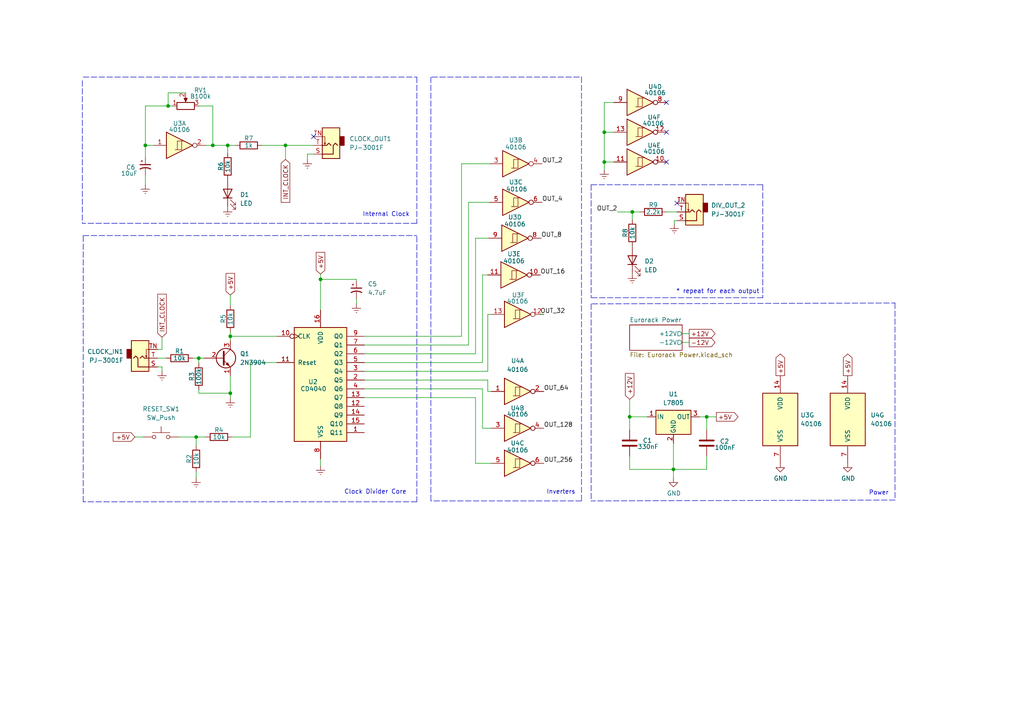
<source format=kicad_sch>
(kicad_sch (version 20211123) (generator eeschema)
  (paper "A4")
  (title_block (title "MiniDiv") (rev "v0.1") (company "benjiaomodular"))
  (lib_symbols
    (symbol "4xxx:40106" (pin_names (offset 1.016))
      (property "Reference" "U" (at 0 1.27 0))
      (property "Value" "40106" (at 0 -1.27 0))
      (symbol "40106_1_0"
        (polyline (pts (xy -0.635 -1.27) (xy -0.635 1.27) (xy 0.635 1.27)))
        (polyline (pts (xy -3.81 3.81) (xy -3.81 -3.81) (xy 3.81 0) (xy -3.81 3.81)) (stroke (width 0.254)) (fill (type background)))
        (polyline (pts (xy -1.27 -1.27) (xy 0.635 -1.27) (xy 0.635 1.27) (xy 1.27 1.27)))
        (pin input line (at -7.62 0 0) (length 3.81) (name "~") (number "1"))
        (pin output inverted (at 7.62 0 180) (length 3.81) (name "~") (number "2"))
      )
      (symbol "40106_2_0"
        (polyline (pts (xy -0.635 -1.27) (xy -0.635 1.27) (xy 0.635 1.27)))
        (polyline (pts (xy -3.81 3.81) (xy -3.81 -3.81) (xy 3.81 0) (xy -3.81 3.81)) (stroke (width 0.254)) (fill (type background)))
        (polyline (pts (xy -1.27 -1.27) (xy 0.635 -1.27) (xy 0.635 1.27) (xy 1.27 1.27)))
        (pin input line (at -7.62 0 0) (length 3.81) (name "~") (number "3"))
        (pin output inverted (at 7.62 0 180) (length 3.81) (name "~") (number "4"))
      )
      (symbol "40106_3_0"
        (polyline (pts (xy -0.635 -1.27) (xy -0.635 1.27) (xy 0.635 1.27)))
        (polyline (pts (xy -3.81 3.81) (xy -3.81 -3.81) (xy 3.81 0) (xy -3.81 3.81)) (stroke (width 0.254)) (fill (type background)))
        (polyline (pts (xy -1.27 -1.27) (xy 0.635 -1.27) (xy 0.635 1.27) (xy 1.27 1.27)))
        (pin input line (at -7.62 0 0) (length 3.81) (name "~") (number "5"))
        (pin output inverted (at 7.62 0 180) (length 3.81) (name "~") (number "6"))
      )
      (symbol "40106_4_0"
        (polyline (pts (xy -0.635 -1.27) (xy -0.635 1.27) (xy 0.635 1.27)))
        (polyline (pts (xy -3.81 3.81) (xy -3.81 -3.81) (xy 3.81 0) (xy -3.81 3.81)) (stroke (width 0.254)) (fill (type background)))
        (polyline (pts (xy -1.27 -1.27) (xy 0.635 -1.27) (xy 0.635 1.27) (xy 1.27 1.27)))
        (pin output inverted (at 7.62 0 180) (length 3.81) (name "~") (number "8"))
        (pin input line (at -7.62 0 0) (length 3.81) (name "~") (number "9"))
      )
      (symbol "40106_5_0"
        (polyline (pts (xy -0.635 -1.27) (xy -0.635 1.27) (xy 0.635 1.27)))
        (polyline (pts (xy -3.81 3.81) (xy -3.81 -3.81) (xy 3.81 0) (xy -3.81 3.81)) (stroke (width 0.254)) (fill (type background)))
        (polyline (pts (xy -1.27 -1.27) (xy 0.635 -1.27) (xy 0.635 1.27) (xy 1.27 1.27)))
        (pin output inverted (at 7.62 0 180) (length 3.81) (name "~") (number "10"))
        (pin input line (at -7.62 0 0) (length 3.81) (name "~") (number "11"))
      )
      (symbol "40106_6_0"
        (polyline (pts (xy -0.635 -1.27) (xy -0.635 1.27) (xy 0.635 1.27)))
        (polyline (pts (xy -3.81 3.81) (xy -3.81 -3.81) (xy 3.81 0) (xy -3.81 3.81)) (stroke (width 0.254)) (fill (type background)))
        (polyline (pts (xy -1.27 -1.27) (xy 0.635 -1.27) (xy 0.635 1.27) (xy 1.27 1.27)))
        (pin output inverted (at 7.62 0 180) (length 3.81) (name "~") (number "12"))
        (pin input line (at -7.62 0 0) (length 3.81) (name "~") (number "13"))
      )
      (symbol "40106_7_0"
        (pin power_in line (at 0 12.7 270) (length 5.08) (name "VDD") (number "14"))
        (pin power_in line (at 0 -12.7 90) (length 5.08) (name "VSS") (number "7"))
      )
      (symbol "40106_7_1"
        (rectangle (start -5.08 7.62) (end 5.08 -7.62) (stroke (width 0.254)) (fill (type background)))
      )
    )
    (symbol "4xxx:4040" (pin_names (offset 1.016))
      (property "Reference" "U" (at -7.62 16.51 0))
      (property "Value" "4040" (at -7.62 -19.05 0))
      (symbol "4040_1_0"
        (pin output line (at 12.7 -15.24 180) (length 5.08) (name "Q11") (number "1"))
        (pin input inverted_clock (at -12.7 12.7 0) (length 5.08) (name "CLK") (number "10"))
        (pin input line (at -12.7 5.08 0) (length 5.08) (name "Reset") (number "11"))
        (pin output line (at 12.7 -7.62 180) (length 5.08) (name "Q8") (number "12"))
        (pin output line (at 12.7 -5.08 180) (length 5.08) (name "Q7") (number "13"))
        (pin output line (at 12.7 -10.16 180) (length 5.08) (name "Q9") (number "14"))
        (pin output line (at 12.7 -12.7 180) (length 5.08) (name "Q10") (number "15"))
        (pin power_in line (at 0 20.32 270) (length 5.08) (name "VDD") (number "16"))
        (pin output line (at 12.7 0 180) (length 5.08) (name "Q5") (number "2"))
        (pin output line (at 12.7 2.54 180) (length 5.08) (name "Q4") (number "3"))
        (pin output line (at 12.7 -2.54 180) (length 5.08) (name "Q6") (number "4"))
        (pin output line (at 12.7 5.08 180) (length 5.08) (name "Q3") (number "5"))
        (pin output line (at 12.7 7.62 180) (length 5.08) (name "Q2") (number "6"))
        (pin output line (at 12.7 10.16 180) (length 5.08) (name "Q1") (number "7"))
        (pin power_in line (at 0 -22.86 90) (length 5.08) (name "VSS") (number "8"))
        (pin output line (at 12.7 12.7 180) (length 5.08) (name "Q0") (number "9"))
      )
      (symbol "4040_1_1"
        (rectangle (start -7.62 15.24) (end 7.62 -17.78) (stroke (width 0.254)) (fill (type background)))
      )
    )
    (symbol "Connector:AudioJack2_SwitchT"
      (property "Reference" "J" (at 0 8.89 0))
      (property "Value" "AudioJack2_SwitchT" (at 0 6.35 0))
      (symbol "AudioJack2_SwitchT_0_1"
        (rectangle (start -2.54 0) (end -3.81 -2.54) (stroke (width 0.254)) (fill (type outline)))
        (polyline (pts (xy 1.778 -0.254) (xy 2.032 -0.762)))
        (polyline (pts (xy 0 0) (xy 0.635 -0.635) (xy 1.27 0) (xy 2.54 0)) (stroke (width 0.254)))
        (polyline (pts (xy 2.54 -2.54) (xy 1.778 -2.54) (xy 1.778 -0.254) (xy 1.524 -0.762)))
        (polyline (pts (xy 2.54 2.54) (xy -0.635 2.54) (xy -0.635 0) (xy -1.27 -0.635) (xy -1.905 0)) (stroke (width 0.254)))
        (rectangle (start 2.54 3.81) (end -2.54 -5.08) (stroke (width 0.254)) (fill (type background)))
      )
      (symbol "AudioJack2_SwitchT_1_1"
        (pin passive line (at 5.08 2.54 180) (length 2.54) (name "~") (number "S"))
        (pin passive line (at 5.08 0 180) (length 2.54) (name "~") (number "T"))
        (pin passive line (at 5.08 -2.54 180) (length 2.54) (name "~") (number "TN"))
      )
    )
    (symbol "Device:C" (pin_numbers hide) (pin_names (offset 0.254))
      (property "Reference" "C" (at 0.635 2.54 0))
      (property "Value" "C" (at 0.635 -2.54 0))
      (symbol "C_0_1"
        (polyline (pts (xy -2.032 -0.762) (xy 2.032 -0.762)) (stroke (width 0.508)))
        (polyline (pts (xy -2.032 0.762) (xy 2.032 0.762)) (stroke (width 0.508)))
      )
      (symbol "C_1_1"
        (pin passive line (at 0 3.81 270) (length 2.794) (name "~") (number "1"))
        (pin passive line (at 0 -3.81 90) (length 2.794) (name "~") (number "2"))
      )
    )
    (symbol "Device:C_Polarized_Small_US" (pin_numbers hide) (pin_names (offset 0.254) hide)
      (property "Reference" "C" (at 0.254 1.778 0))
      (property "Value" "C_Polarized_Small_US" (at 0.254 -2.032 0))
      (symbol "C_Polarized_Small_US_0_1"
        (polyline (pts (xy -1.524 0.508) (xy 1.524 0.508)) (stroke (width 0.3048)))
        (polyline (pts (xy -1.27 1.524) (xy -0.762 1.524)))
        (polyline (pts (xy -1.016 1.27) (xy -1.016 1.778)))
        (arc (start 1.524 -0.762) (mid 0 -0.3734) (end -1.524 -0.762) (stroke (width 0.3048)))
      )
      (symbol "C_Polarized_Small_US_1_1"
        (pin passive line (at 0 2.54 270) (length 2.032) (name "~") (number "1"))
        (pin passive line (at 0 -2.54 90) (length 2.032) (name "~") (number "2"))
      )
    )
    (symbol "Device:LED" (pin_numbers hide) (pin_names (offset 1.016) hide)
      (property "Reference" "D" (at 0 2.54 0))
      (property "Value" "LED" (at 0 -2.54 0))
      (symbol "LED_0_1"
        (polyline (pts (xy -1.27 -1.27) (xy -1.27 1.27)) (stroke (width 0.254)))
        (polyline (pts (xy -1.27 0) (xy 1.27 0)))
        (polyline (pts (xy 1.27 -1.27) (xy 1.27 1.27) (xy -1.27 0) (xy 1.27 -1.27)) (stroke (width 0.254)))
        (polyline (pts (xy -3.048 -0.762) (xy -4.572 -2.286) (xy -3.81 -2.286) (xy -4.572 -2.286) (xy -4.572 -1.524)))
        (polyline (pts (xy -1.778 -0.762) (xy -3.302 -2.286) (xy -2.54 -2.286) (xy -3.302 -2.286) (xy -3.302 -1.524)))
      )
      (symbol "LED_1_1"
        (pin passive line (at -3.81 0 0) (length 2.54) (name "K") (number "1"))
        (pin passive line (at 3.81 0 180) (length 2.54) (name "A") (number "2"))
      )
    )
    (symbol "Device:R" (pin_numbers hide) (pin_names (offset 0))
      (property "Reference" "R" (at 2.032 0 90))
      (property "Value" "R" (at 0 0 90))
      (symbol "R_0_1"
        (rectangle (start -1.016 -2.54) (end 1.016 2.54) (stroke (width 0.254)))
      )
      (symbol "R_1_1"
        (pin passive line (at 0 3.81 270) (length 1.27) (name "~") (number "1"))
        (pin passive line (at 0 -3.81 90) (length 1.27) (name "~") (number "2"))
      )
    )
    (symbol "Device:R_Potentiometer" (pin_names (offset 1.016) hide)
      (property "Reference" "RV" (at -4.445 0 90))
      (property "Value" "R_Potentiometer" (at -2.54 0 90))
      (symbol "R_Potentiometer_0_1"
        (polyline (pts (xy 2.54 0) (xy 1.524 0)))
        (polyline (pts (xy 1.143 0) (xy 2.286 0.508) (xy 2.286 -0.508) (xy 1.143 0)) (fill (type outline)))
        (rectangle (start 1.016 2.54) (end -1.016 -2.54) (stroke (width 0.254)))
      )
      (symbol "R_Potentiometer_1_1"
        (pin passive line (at 0 3.81 270) (length 1.27) (name "1") (number "1"))
        (pin passive line (at 3.81 0 180) (length 1.27) (name "2") (number "2"))
        (pin passive line (at 0 -3.81 90) (length 1.27) (name "3") (number "3"))
      )
    )
    (symbol "Regulator_Linear:L7805" (pin_names (offset 0.254))
      (property "Reference" "U" (at -3.81 3.175 0))
      (property "Value" "L7805" (at 0 3.175 0))
      (symbol "L7805_0_1"
        (rectangle (start -5.08 1.905) (end 5.08 -5.08) (stroke (width 0.254)) (fill (type background)))
      )
      (symbol "L7805_1_1"
        (pin power_in line (at -7.62 0 0) (length 2.54) (name "IN") (number "1"))
        (pin power_in line (at 0 -7.62 90) (length 2.54) (name "GND") (number "2"))
        (pin power_out line (at 7.62 0 180) (length 2.54) (name "OUT") (number "3"))
      )
    )
    (symbol "Switch:SW_Push" (pin_numbers hide) (pin_names (offset 1.016) hide)
      (property "Reference" "SW" (at 1.27 2.54 0))
      (property "Value" "SW_Push" (at 0 -1.524 0))
      (symbol "SW_Push_0_1"
        (circle (center -2.032 0) (radius 0.508))
        (polyline (pts (xy 0 1.27) (xy 0 3.048)))
        (polyline (pts (xy 2.54 1.27) (xy -2.54 1.27)))
        (circle (center 2.032 0) (radius 0.508))
        (pin passive line (at -5.08 0 0) (length 2.54) (name "1") (number "1"))
        (pin passive line (at 5.08 0 180) (length 2.54) (name "2") (number "2"))
      )
    )
    (symbol "Transistor_BJT:2N3904" (pin_names (offset 0) hide)
      (property "Reference" "Q" (at 5.08 1.905 0))
      (property "Value" "2N3904" (at 5.08 0 0))
      (symbol "2N3904_0_1"
        (polyline (pts (xy 0.635 0.635) (xy 2.54 2.54)))
        (polyline (pts (xy 0.635 -0.635) (xy 2.54 -2.54) (xy 2.54 -2.54)))
        (polyline (pts (xy 0.635 1.905) (xy 0.635 -1.905) (xy 0.635 -1.905)) (stroke (width 0.508)))
        (polyline (pts (xy 1.27 -1.778) (xy 1.778 -1.27) (xy 2.286 -2.286) (xy 1.27 -1.778) (xy 1.27 -1.778)) (fill (type outline)))
        (circle (center 1.27 0) (radius 2.8194) (stroke (width 0.254)))
      )
      (symbol "2N3904_1_1"
        (pin passive line (at 2.54 -5.08 90) (length 2.54) (name "E") (number "1"))
        (pin passive line (at -5.08 0 0) (length 5.715) (name "B") (number "2"))
        (pin passive line (at 2.54 5.08 270) (length 2.54) (name "C") (number "3"))
      )
    )
    (symbol "power:Earth" (power) (pin_names (offset 0))
      (symbol "Earth_0_1"
        (polyline (pts (xy -0.635 -1.905) (xy 0.635 -1.905)))
        (polyline (pts (xy -0.127 -2.54) (xy 0.127 -2.54)))
        (polyline (pts (xy 0 -1.27) (xy 0 0)))
        (polyline (pts (xy 1.27 -1.27) (xy -1.27 -1.27)))
      )
      (symbol "Earth_1_1"
        (pin power_in line (at 0 0 270) (length 0) hide (name "Earth") (number "1"))
      )
    )
    (symbol "power:GND" (power) (pin_names (offset 0))
      (property "Value" "GND" (at 0 -3.81 0))
      (symbol "GND_0_1"
        (polyline (pts (xy 0 0) (xy 0 -1.27) (xy 1.27 -1.27) (xy 0 -2.54) (xy -1.27 -1.27) (xy 0 -1.27)))
      )
      (symbol "GND_1_1"
        (pin power_in line (at 0 0 270) (length 0) hide (name "GND") (number "1"))
      )
    )
  )
  (junction (at 61.722 42.164))
  (junction (at 183.388 61.468))
  (junction (at 182.626 120.904))
  (junction (at 82.804 42.164))
  (junction (at 66.04 42.164))
  (junction (at 92.964 81.026))
  (junction (at 204.978 120.904))
  (junction (at 66.802 114.046))
  (junction (at 66.802 97.536))
  (junction (at 195.326 136.144))
  (junction (at 175.26 38.354))
  (junction (at 48.768 30.734))
  (junction (at 57.658 103.886))
  (junction (at 42.164 42.164))
  (junction (at 56.896 126.746))
  (junction (at 175.26 46.99))
  (no_connect (at 193.294 46.99))
  (no_connect (at 90.932 39.624))
  (no_connect (at 193.294 38.354))
  (no_connect (at 196.342 58.928))
  (no_connect (at 193.294 29.718))
  (wire (pts (xy 141.478 91.186) (xy 141.478 107.696)))
  (wire (pts (xy 183.388 61.468) (xy 183.388 63.754)))
  (wire (pts (xy 48.768 26.924) (xy 48.768 30.734)))
  (wire (pts (xy 141.478 79.756) (xy 139.954 79.756)))
  (wire (pts (xy 141.478 107.696) (xy 105.664 107.696)))
  (wire (pts (xy 137.922 134.366) (xy 142.494 134.366)))
  (wire (pts (xy 157.734 91.186) (xy 156.718 91.186)))
  (wire (pts (xy 55.88 103.886) (xy 57.658 103.886)))
  (polyline (pts (xy 120.904 68.58) (xy 120.904 145.542)))
  (wire (pts (xy 133.858 47.498) (xy 141.986 47.498)))
  (wire (pts (xy 90.932 44.704) (xy 89.154 44.704)))
  (polyline (pts (xy 171.45 88.138) (xy 171.45 145.288)))
  (polyline (pts (xy 259.588 87.884) (xy 259.588 145.034)))
  (wire (pts (xy 142.494 91.186) (xy 141.478 91.186)))
  (polyline (pts (xy 221.234 53.594) (xy 221.234 86.36)))
  (wire (pts (xy 175.26 46.99) (xy 175.26 38.354)))
  (wire (pts (xy 105.664 110.236) (xy 141.478 110.236)))
  (wire (pts (xy 75.946 42.164) (xy 82.804 42.164)))
  (wire (pts (xy 53.848 26.924) (xy 48.768 26.924)))
  (wire (pts (xy 82.804 42.164) (xy 90.932 42.164)))
  (wire (pts (xy 57.658 113.03) (xy 57.658 114.046)))
  (polyline (pts (xy 259.588 145.034) (xy 171.45 145.288)))
  (wire (pts (xy 175.26 46.99) (xy 175.26 49.276)))
  (wire (pts (xy 51.816 126.746) (xy 56.896 126.746)))
  (wire (pts (xy 105.664 102.616) (xy 137.922 102.616)))
  (wire (pts (xy 39.116 126.746) (xy 41.656 126.746)))
  (polyline (pts (xy 171.704 88.138) (xy 259.588 87.884)))
  (polyline (pts (xy 120.904 64.77) (xy 23.876 64.77)))
  (wire (pts (xy 179.07 61.468) (xy 183.388 61.468)))
  (polyline (pts (xy 171.45 53.594) (xy 221.234 53.594)))
  (wire (pts (xy 56.896 126.746) (xy 56.896 129.286)))
  (polyline (pts (xy 23.876 23.368) (xy 23.876 64.77)))
  (wire (pts (xy 195.326 136.144) (xy 204.978 136.144)))
  (wire (pts (xy 183.388 61.468) (xy 185.674 61.468)))
  (polyline (pts (xy 221.234 86.36) (xy 171.45 86.36)))
  (wire (pts (xy 45.72 106.426) (xy 46.99 106.426)))
  (wire (pts (xy 139.954 105.156) (xy 105.664 105.156)))
  (wire (pts (xy 137.922 115.316) (xy 137.922 134.366)))
  (wire (pts (xy 178.054 46.99) (xy 175.26 46.99)))
  (wire (pts (xy 66.802 108.966) (xy 66.802 114.046)))
  (wire (pts (xy 103.378 81.026) (xy 92.964 81.026)))
  (wire (pts (xy 204.978 136.144) (xy 204.978 132.334)))
  (polyline (pts (xy 168.656 22.352) (xy 168.656 145.288)))
  (wire (pts (xy 61.722 30.734) (xy 61.722 42.164)))
  (wire (pts (xy 57.658 103.886) (xy 57.658 105.41)))
  (wire (pts (xy 133.858 47.498) (xy 133.858 97.536)))
  (wire (pts (xy 183.388 71.374) (xy 183.388 71.628)))
  (wire (pts (xy 182.626 120.904) (xy 182.626 124.714)))
  (wire (pts (xy 42.164 30.734) (xy 42.164 42.164)))
  (wire (pts (xy 175.26 38.354) (xy 178.054 38.354)))
  (wire (pts (xy 195.326 136.144) (xy 195.326 138.684)))
  (wire (pts (xy 139.954 112.776) (xy 139.954 124.206)))
  (wire (pts (xy 44.45 42.164) (xy 42.164 42.164)))
  (wire (pts (xy 139.954 79.756) (xy 139.954 105.156)))
  (wire (pts (xy 46.99 106.426) (xy 46.99 107.696)))
  (wire (pts (xy 42.164 42.164) (xy 42.164 45.72)))
  (wire (pts (xy 197.866 99.314) (xy 199.898 99.314)))
  (wire (pts (xy 204.978 120.904) (xy 204.978 124.714)))
  (wire (pts (xy 182.626 132.334) (xy 182.626 136.144)))
  (wire (pts (xy 80.264 97.536) (xy 66.802 97.536)))
  (wire (pts (xy 56.896 136.906) (xy 56.896 138.684)))
  (polyline (pts (xy 24.13 145.542) (xy 24.13 68.326)))
  (wire (pts (xy 72.644 126.746) (xy 67.31 126.746)))
  (wire (pts (xy 182.626 120.904) (xy 187.706 120.904)))
  (polyline (pts (xy 24.13 22.352) (xy 120.904 22.352)))
  (wire (pts (xy 66.04 52.07) (xy 66.04 52.324)))
  (wire (pts (xy 141.732 69.088) (xy 137.922 69.088)))
  (wire (pts (xy 57.658 30.734) (xy 61.722 30.734)))
  (wire (pts (xy 92.964 79.502) (xy 92.964 81.026)))
  (wire (pts (xy 182.626 115.824) (xy 182.626 120.904)))
  (wire (pts (xy 92.964 81.026) (xy 92.964 89.916)))
  (wire (pts (xy 56.896 126.746) (xy 59.69 126.746)))
  (polyline (pts (xy 125.222 22.352) (xy 168.656 22.352)))
  (wire (pts (xy 66.802 96.266) (xy 66.802 97.536)))
  (wire (pts (xy 202.946 120.904) (xy 204.978 120.904)))
  (wire (pts (xy 105.664 115.316) (xy 137.922 115.316)))
  (wire (pts (xy 61.722 42.164) (xy 59.69 42.164)))
  (wire (pts (xy 195.58 64.008) (xy 195.58 65.024)))
  (wire (pts (xy 141.478 113.538) (xy 142.494 113.538)))
  (wire (pts (xy 72.644 105.156) (xy 72.644 126.746)))
  (wire (pts (xy 141.478 110.236) (xy 141.478 113.538)))
  (wire (pts (xy 48.768 30.734) (xy 42.164 30.734)))
  (wire (pts (xy 183.388 79.248) (xy 183.388 79.502)))
  (wire (pts (xy 175.26 29.718) (xy 175.26 38.354)))
  (wire (pts (xy 57.658 103.886) (xy 59.182 103.886)))
  (wire (pts (xy 193.294 61.468) (xy 196.342 61.468)))
  (wire (pts (xy 103.378 81.534) (xy 103.378 81.026)))
  (wire (pts (xy 105.664 97.536) (xy 133.858 97.536)))
  (wire (pts (xy 182.626 136.144) (xy 195.326 136.144)))
  (wire (pts (xy 50.038 30.734) (xy 48.768 30.734)))
  (wire (pts (xy 137.922 69.088) (xy 137.922 102.616)))
  (wire (pts (xy 105.664 112.776) (xy 139.954 112.776)))
  (wire (pts (xy 80.264 105.156) (xy 72.644 105.156)))
  (wire (pts (xy 175.26 29.718) (xy 178.054 29.718)))
  (wire (pts (xy 46.99 97.79) (xy 46.99 101.346)))
  (polyline (pts (xy 171.45 53.594) (xy 171.45 86.36)))
  (wire (pts (xy 45.72 103.886) (xy 48.26 103.886)))
  (wire (pts (xy 42.164 50.8) (xy 42.164 53.594)))
  (wire (pts (xy 66.802 97.536) (xy 66.802 98.806)))
  (wire (pts (xy 57.658 114.046) (xy 66.802 114.046)))
  (wire (pts (xy 204.978 120.904) (xy 207.772 120.904)))
  (wire (pts (xy 66.04 42.164) (xy 66.04 44.45)))
  (wire (pts (xy 103.378 86.614) (xy 103.378 88.138)))
  (wire (pts (xy 105.664 100.076) (xy 135.89 100.076)))
  (wire (pts (xy 196.342 64.008) (xy 195.58 64.008)))
  (wire (pts (xy 135.89 58.674) (xy 141.986 58.674)))
  (polyline (pts (xy 24.13 68.326) (xy 120.904 68.326)))
  (polyline (pts (xy 120.904 145.542) (xy 24.13 145.542)))
  (wire (pts (xy 46.99 101.346) (xy 45.72 101.346)))
  (polyline (pts (xy 120.904 22.352) (xy 120.904 64.77)))
  (wire (pts (xy 92.964 133.096) (xy 92.964 135.128)))
  (wire (pts (xy 135.89 100.076) (xy 135.89 58.674)))
  (wire (pts (xy 66.04 59.944) (xy 66.04 60.198)))
  (wire (pts (xy 61.722 42.164) (xy 66.04 42.164)))
  (polyline (pts (xy 168.656 145.288) (xy 124.968 145.288)))
  (wire (pts (xy 66.802 114.046) (xy 66.802 115.57)))
  (polyline (pts (xy 124.968 22.352) (xy 124.968 145.288)))
  (wire (pts (xy 82.804 42.164) (xy 82.804 46.228)))
  (wire (pts (xy 66.802 85.598) (xy 66.802 88.646)))
  (wire (pts (xy 89.154 44.704) (xy 89.154 46.228)))
  (wire (pts (xy 197.866 96.774) (xy 199.898 96.774)))
  (wire (pts (xy 139.954 124.206) (xy 142.494 124.206)))
  (wire (pts (xy 66.04 42.164) (xy 68.326 42.164)))
  (wire (pts (xy 195.326 128.524) (xy 195.326 136.144)))
  (text "Internal Clock" (at 105.156 62.992 0) (effects (font (size 1.27 1.27)) (justify left bottom)))
  (text "* repeat for each output" (at 196.088 85.344 0) (effects (font (size 1.27 1.27)) (justify left bottom)))
  (text "Clock Divider Core" (at 99.822 143.51 0) (effects (font (size 1.27 1.27)) (justify left bottom)))
  (text "Power" (at 251.968 143.764 0) (effects (font (size 1.27 1.27)) (justify left bottom)))
  (text "Inverters" (at 158.496 143.51 0) (effects (font (size 1.27 1.27)) (justify left bottom)))
  (label "OUT_256" (at 157.734 134.366 0))
  (label "OUT_32" (at 156.718 91.186 0))
  (label "OUT_2" (at 157.226 47.498 0))
  (label "OUT_16" (at 156.718 79.756 0))
  (label "OUT_8" (at 156.972 69.088 0))
  (label "OUT_128" (at 157.734 124.206 0))
  (label "OUT_2" (at 179.07 61.468 180))
  (label "OUT_64" (at 157.734 113.538 0))
  (label "OUT_4" (at 157.226 58.674 0))
  (global_label "INT_CLOCK" (shape input) (at 46.99 97.79 90) (property "Intersheet References" "${INTERSHEET_REFS}" (effects hide)))
  (global_label "+5V" (shape output) (at 207.772 120.904 0) (property "Intersheet References" "${INTERSHEET_REFS}" (effects hide)))
  (global_label "+5V" (shape input) (at 39.116 126.746 180) (property "Intersheet References" "${INTERSHEET_REFS}" (effects hide)))
  (global_label "+12V" (shape input) (at 182.626 115.824 90) (property "Intersheet References" "${INTERSHEET_REFS}" (effects hide)))
  (global_label "-12V" (shape output) (at 199.898 99.314 0) (property "Intersheet References" "${INTERSHEET_REFS}" (effects hide)))
  (global_label "+5V" (shape input) (at 66.802 85.598 90) (property "Intersheet References" "${INTERSHEET_REFS}" (effects hide)))
  (global_label "INT_CLOCK" (shape input) (at 82.804 46.228 270) (property "Intersheet References" "${INTERSHEET_REFS}" (effects hide)))
  (global_label "+5V" (shape output) (at 226.314 108.966 90) (property "Intersheet References" "${INTERSHEET_REFS}" (effects hide)))
  (global_label "+5V" (shape input) (at 92.964 79.502 90) (property "Intersheet References" "${INTERSHEET_REFS}" (effects hide)))
  (global_label "+12V" (shape output) (at 199.898 96.774 0) (property "Intersheet References" "${INTERSHEET_REFS}" (effects hide)))
  (global_label "+5V" (shape output) (at 245.872 108.966 90) (property "Intersheet References" "${INTERSHEET_REFS}" (effects hide)))
  (symbol (lib_id "power:Earth") (at 46.99 107.696 0) (unit 1)
    (property "Reference" "#PWR05" (effects hide))
    (property "Value" "Earth" (effects hide))
  )
  (symbol (lib_id "Device:R") (at 66.04 48.26 0) (unit 1)
    (property "Reference" "R6" (at 64.008 48.26 90))
    (property "Value" "10k" (at 66.04 48.26 90))
  )
  (symbol (lib_id "power:Earth") (at 56.896 138.684 0) (unit 1)
    (property "Reference" "#PWR07" (effects hide))
    (property "Value" "Earth" (effects hide))
  )
  (symbol (lib_id "Device:C") (at 204.978 128.524 0) (unit 1)
    (property "Reference" "C2" (at 208.788 128.016 0) (effects (justify left)))
    (property "Value" "100nF" (at 207.264 129.794 0) (effects (justify left)))
    (property "Footprint" "Capacitor_SMD:C_0603_1608Metric_Pad1.08x0.95mm_HandSolder" (effects hide))
    (property "Mfg #" "CC0603JRX7R9BB104" (effects hide))
    (property "LCSC Part #" "C91183" (effects hide))
    (property "Manufacturers Part Number" "CC0603JRX7R9BB104" (effects hide))
    (property "Manufacturers Name" "YAGEO" (effects hide))
    (property "Type" "Surface mount" (effects hide))
    (property "Package" "0603" (effects hide))
    (property "Part Description" "Multilayer Ceramic Capacitors MLCC - SMD/SMT 50 V 0.1uF X7R 0603 5% " (effects hide))
  )
  (symbol (lib_id "Connector:AudioJack2_SwitchT") (at 201.422 61.468 180) (unit 1)
    (property "Reference" "DIV_OUT_2" (at 206.248 59.5629 0) (effects (justify right)))
    (property "Value" "PJ-3001F" (at 206.248 62.1029 0) (effects (justify right)))
  )
  (symbol (lib_id "power:GND") (at 226.314 134.366 0) (unit 1)
    (property "Reference" "#PWR06" (effects hide))
    (property "Value" "GND" (at 226.441 138.7602 0))
  )
  (symbol (lib_id "4xxx:40106") (at 149.098 79.756 0) (unit 5)
    (property "Reference" "U3" (at 149.098 73.66 0))
    (property "Value" "40106" (at 149.098 75.692 0))
    (property "Datasheet" "https://assets.nexperia.com/documents/data-sheet/HEF40106B.pdf" (effects hide))
  )
  (symbol (lib_id "Device:C") (at 182.626 128.524 0) (unit 1)
    (property "Reference" "C1" (at 186.436 127.762 0) (effects (justify left)))
    (property "Value" "330nF" (at 184.912 129.54 0) (effects (justify left)))
    (property "Footprint" "Capacitor_SMD:C_0603_1608Metric_Pad1.08x0.95mm_HandSolder" (effects hide))
    (property "Mfg #" "CC0603KRX7R8BB334" (effects hide))
    (property "LCSC Part #" "C107070" (effects hide))
    (property "Manufacturers Part Number" "CC0603KRX7R8BB334" (effects hide))
    (property "Manufacturers Name" "YAGEO" (effects hide))
    (property "Type" "Surface mount" (effects hide))
    (property "Package" "0603" (effects hide))
    (property "Part Description" "Multilayer Ceramic Capacitors MLCC - SMD/SMT 25V 0.33uF X7R 0603 10% " (effects hide))
  )
  (symbol (lib_id "4xxx:40106") (at 149.606 58.674 0) (unit 3)
    (property "Reference" "U3" (at 149.606 52.832 0))
    (property "Value" "40106" (at 149.86 54.864 0))
    (property "Datasheet" "https://assets.nexperia.com/documents/data-sheet/HEF40106B.pdf" (effects hide))
  )
  (symbol (lib_id "power:Earth") (at 103.378 88.138 0) (unit 1)
    (property "Reference" "#PWR010" (effects hide))
    (property "Value" "Earth" (effects hide))
  )
  (symbol (lib_id "power:GND") (at 195.326 138.684 0) (unit 1)
    (property "Reference" "#PWR01" (effects hide))
    (property "Value" "GND" (at 195.453 143.0782 0))
  )
  (symbol (lib_id "4xxx:40106") (at 149.606 47.498 0) (unit 2)
    (property "Reference" "U3" (at 149.606 40.64 0))
    (property "Value" "40106" (at 149.606 42.672 0))
    (property "Datasheet" "https://assets.nexperia.com/documents/data-sheet/HEF40106B.pdf" (effects hide))
  )
  (symbol (lib_id "Regulator_Linear:L7805") (at 195.326 120.904 0) (unit 1)
    (property "Reference" "U1" (at 195.326 114.3 0))
    (property "Value" "L7805" (at 195.326 116.84 0))
    (property "Footprint" "Package_TO_SOT_SMD:TO-252-2" (effects hide))
    (property "Datasheet" "http://www.st.com/content/ccc/resource/technical/document/datasheet/41/4f/b3/b0/12/d4/47/88/CD00000444.pdf/files/CD00000444.pdf/jcr:content/translations/en.CD00000444.pdf" (effects hide))
    (property "LCSC Part #" "C310413" (effects hide))
    (property "Manufacturers Name" "STMicroelectronics" (effects hide))
    (property "Mfg #" "L7805CDT-TR " (effects hide))
    (property "Manufacturers Part Number" "L7805CDT-TR " (effects hide))
    (property "Package" "TO-252-3" (effects hide))
    (property "Type" "Surface mount" (effects hide))
    (property "Part Description" "62dB@(120Hz) 1.5A 2V@(1A) Fixed 5V~5V Positive 1 35V TO-252-3 Linear Voltage Regulators (LDO) ROHS" (effects hide))
  )
  (symbol (lib_id "4xxx:40106") (at 185.674 38.354 0) (unit 6)
    (property "Reference" "U4" (at 189.738 34.036 0))
    (property "Value" "40106" (at 189.484 35.814 0))
    (property "Datasheet" "https://assets.nexperia.com/documents/data-sheet/HEF40106B.pdf" (effects hide))
  )
  (symbol (lib_id "Device:R") (at 56.896 133.096 180) (unit 1)
    (property "Reference" "R2" (at 54.864 133.096 90))
    (property "Value" "10k" (at 56.896 133.096 90))
  )
  (symbol (lib_id "Switch:SW_Push") (at 46.736 126.746 0) (unit 1)
    (property "Reference" "RESET_SW1" (at 46.736 118.618 0))
    (property "Value" "SW_Push" (at 46.736 121.158 0))
  )
  (symbol (lib_id "4xxx:40106") (at 150.114 124.206 0) (unit 2)
    (property "Reference" "U4" (at 150.114 118.364 0))
    (property "Value" "40106" (at 150.114 120.142 0))
    (property "Datasheet" "https://assets.nexperia.com/documents/data-sheet/HEF40106B.pdf" (effects hide))
  )
  (symbol (lib_id "4xxx:40106") (at 245.872 121.666 0) (unit 7)
    (property "Reference" "U4" (at 252.476 120.3959 0) (effects (justify left)))
    (property "Value" "40106" (at 252.476 122.9359 0) (effects (justify left)))
    (property "Datasheet" "https://assets.nexperia.com/documents/data-sheet/HEF40106B.pdf" (effects hide))
  )
  (symbol (lib_id "Device:C_Polarized_Small_US") (at 42.164 48.26 0) (unit 1)
    (property "Reference" "C6" (at 36.576 48.514 0) (effects (justify left)))
    (property "Value" "10uF" (at 35.052 50.292 0) (effects (justify left)))
    (property "Footprint" "Capacitor_SMD:C_0805_2012Metric_Pad1.18x1.45mm_HandSolder" (effects hide))
  )
  (symbol (lib_id "4xxx:40106") (at 150.114 113.538 0) (unit 1)
    (property "Reference" "U4" (at 150.114 104.648 0))
    (property "Value" "40106" (at 150.114 107.188 0))
    (property "Datasheet" "https://assets.nexperia.com/documents/data-sheet/HEF40106B.pdf" (effects hide))
  )
  (symbol (lib_id "Device:R") (at 63.5 126.746 90) (unit 1)
    (property "Reference" "R4" (at 63.5 124.714 90))
    (property "Value" "10k" (at 63.5 126.746 90))
  )
  (symbol (lib_id "Device:R") (at 52.07 103.886 90) (unit 1)
    (property "Reference" "R1" (at 52.07 101.854 90))
    (property "Value" "10k" (at 52.07 103.886 90))
  )
  (symbol (lib_id "Device:R") (at 72.136 42.164 270) (unit 1)
    (property "Reference" "R7" (at 72.136 40.132 90))
    (property "Value" "1k" (at 72.136 42.164 90))
  )
  (symbol (lib_id "power:Earth") (at 89.154 46.228 0) (unit 1)
    (property "Reference" "#PWR013" (effects hide))
    (property "Value" "Earth" (effects hide))
  )
  (symbol (lib_id "4xxx:40106") (at 226.314 121.666 0) (unit 7)
    (property "Reference" "U3" (at 232.156 120.3959 0) (effects (justify left)))
    (property "Value" "40106" (at 232.156 122.9359 0) (effects (justify left)))
    (property "Datasheet" "https://assets.nexperia.com/documents/data-sheet/HEF40106B.pdf" (effects hide))
  )
  (symbol (lib_id "4xxx:4040") (at 92.964 110.236 0) (unit 1)
    (property "Reference" "U2" (at 89.408 110.744 0) (effects (justify left)))
    (property "Value" "CD4040" (at 87.122 112.776 0) (effects (justify left)))
    (property "Datasheet" "http://www.intersil.com/content/dam/Intersil/documents/cd40/cd4020bms-24bms-40bms.pdf" (effects hide))
  )
  (symbol (lib_id "4xxx:40106") (at 150.114 91.186 0) (unit 6)
    (property "Reference" "U3" (at 150.368 85.598 0))
    (property "Value" "40106" (at 150.114 87.376 0))
    (property "Datasheet" "https://assets.nexperia.com/documents/data-sheet/HEF40106B.pdf" (effects hide))
  )
  (symbol (lib_id "power:GND") (at 245.872 134.366 0) (unit 1)
    (property "Reference" "#PWR016" (effects hide))
    (property "Value" "GND" (at 245.999 138.7602 0))
  )
  (symbol (lib_id "Device:R") (at 189.484 61.468 270) (unit 1)
    (property "Reference" "R9" (at 189.484 59.436 90))
    (property "Value" "2.2k" (at 189.484 61.468 90))
  )
  (symbol (lib_id "power:Earth") (at 183.388 79.502 0) (unit 1)
    (property "Reference" "#PWR014" (effects hide))
    (property "Value" "Earth" (effects hide))
  )
  (symbol (lib_id "power:Earth") (at 66.04 60.198 0) (unit 1)
    (property "Reference" "#PWR012" (effects hide))
    (property "Value" "Earth" (effects hide))
  )
  (symbol (lib_id "4xxx:40106") (at 52.07 42.164 0) (unit 1)
    (property "Reference" "U3" (at 52.07 35.814 0))
    (property "Value" "40106" (at 52.07 37.592 0))
    (property "Datasheet" "https://assets.nexperia.com/documents/data-sheet/HEF40106B.pdf" (effects hide))
  )
  (symbol (lib_id "4xxx:40106") (at 149.352 69.088 0) (unit 4)
    (property "Reference" "U3" (at 149.352 62.992 0))
    (property "Value" "40106" (at 149.352 65.024 0))
    (property "Datasheet" "https://assets.nexperia.com/documents/data-sheet/HEF40106B.pdf" (effects hide))
  )
  (symbol (lib_id "power:Earth") (at 195.58 65.024 0) (unit 1)
    (property "Reference" "#PWR015" (effects hide))
    (property "Value" "Earth" (effects hide))
  )
  (symbol (lib_id "Connector:AudioJack2_SwitchT") (at 96.012 42.164 180) (unit 1)
    (property "Reference" "CLOCK_OUT1" (at 101.346 40.2589 0) (effects (justify right)))
    (property "Value" "PJ-3001F" (at 101.346 42.7989 0) (effects (justify right)))
  )
  (symbol (lib_id "Device:R") (at 57.658 109.22 180) (unit 1)
    (property "Reference" "R3" (at 55.626 109.22 90))
    (property "Value" "100k" (at 57.658 109.22 90))
  )
  (symbol (lib_id "4xxx:40106") (at 185.674 29.718 0) (unit 4)
    (property "Reference" "U4" (at 189.992 25.146 0))
    (property "Value" "40106" (at 189.992 26.924 0))
    (property "Datasheet" "https://assets.nexperia.com/documents/data-sheet/HEF40106B.pdf" (effects hide))
  )
  (symbol (lib_id "power:Earth") (at 42.164 53.594 0) (unit 1)
    (property "Reference" "#PWR011" (effects hide))
    (property "Value" "Earth" (effects hide))
  )
  (symbol (lib_id "4xxx:40106") (at 150.114 134.366 0) (unit 3)
    (property "Reference" "U4" (at 150.114 128.524 0))
    (property "Value" "40106" (at 150.114 130.556 0))
    (property "Datasheet" "https://assets.nexperia.com/documents/data-sheet/HEF40106B.pdf" (effects hide))
  )
  (symbol (lib_id "Device:R_Potentiometer") (at 53.848 30.734 90) (unit 1)
    (property "Reference" "RV1" (at 58.166 26.162 90))
    (property "Value" "B100k" (at 58.166 27.94 90))
  )
  (symbol (lib_id "Device:R") (at 66.802 92.456 180) (unit 1)
    (property "Reference" "R5" (at 64.77 92.456 90))
    (property "Value" "10k" (at 66.802 92.456 90))
  )
  (symbol (lib_id "power:Earth") (at 66.802 115.57 0) (unit 1)
    (property "Reference" "#PWR08" (effects hide))
    (property "Value" "Earth" (effects hide))
  )
  (symbol (lib_id "Device:LED") (at 183.388 75.438 90) (unit 1)
    (property "Reference" "D2" (at 186.944 75.7554 90) (effects (justify right)))
    (property "Value" "LED" (at 186.944 78.2954 90) (effects (justify right)))
  )
  (symbol (lib_id "Device:R") (at 183.388 67.564 0) (unit 1)
    (property "Reference" "R8" (at 181.356 67.564 90))
    (property "Value" "10k" (at 183.388 67.564 90))
  )
  (symbol (lib_id "Device:C_Polarized_Small_US") (at 103.378 84.074 0) (unit 1)
    (property "Reference" "C5" (at 106.68 82.3721 0) (effects (justify left)))
    (property "Value" "4.7uF" (at 106.68 84.9121 0) (effects (justify left)))
    (property "Footprint" "Capacitor_SMD:C_0805_2012Metric_Pad1.18x1.45mm_HandSolder" (effects hide))
  )
  (symbol (lib_id "power:Earth") (at 92.964 135.128 0) (unit 1)
    (property "Reference" "#PWR09" (effects hide))
    (property "Value" "Earth" (effects hide))
  )
  (symbol (lib_id "Transistor_BJT:2N3904") (at 64.262 103.886 0) (unit 1)
    (property "Reference" "Q1" (at 69.596 102.6159 0) (effects (justify left)))
    (property "Value" "2N3904" (at 69.596 105.1559 0) (effects (justify left)))
    (property "Footprint" "Package_TO_SOT_THT:TO-92_Inline" (effects hide))
    (property "Datasheet" "https://www.onsemi.com/pub/Collateral/2N3903-D.PDF" (effects hide))
  )
  (symbol (lib_id "power:Earth") (at 175.26 49.276 0) (unit 1)
    (property "Reference" "#PWR?" (effects hide))
    (property "Value" "Earth" (effects hide))
  )
  (symbol (lib_id "4xxx:40106") (at 185.674 46.99 0) (unit 5)
    (property "Reference" "U4" (at 189.738 42.164 0))
    (property "Value" "40106" (at 189.738 43.942 0))
    (property "Datasheet" "https://assets.nexperia.com/documents/data-sheet/HEF40106B.pdf" (effects hide))
  )
  (symbol (lib_id "Device:LED") (at 66.04 56.134 90) (unit 1)
    (property "Reference" "D1" (at 69.596 56.4514 90) (effects (justify right)))
    (property "Value" "LED" (at 69.596 58.9914 90) (effects (justify right)))
  )
  (symbol (lib_id "Connector:AudioJack2_SwitchT") (at 40.64 103.886 0) (mirror x) (unit 1)
    (property "Reference" "CLOCK_IN1" (at 35.814 101.9809 0) (effects (justify right)))
    (property "Value" "PJ-3001F" (at 35.814 104.5209 0) (effects (justify right)))
  )
  (sheet (at 182.626 94.234) (size 15.24 7.366) (stroke (width 0.1524))
    (property "Sheet name" "Eurorack Power" (at 182.626 93.5224 0) (effects (justify left bottom)))
    (property "Sheet file" "Eurorack Power.kicad_sch" (at 182.626 102.1846 0) (effects (justify left top)))
    (pin "+12V" output (at 197.866 96.774 0))
    (pin "-12V" output (at 197.866 99.314 0))
  )
)
</source>
